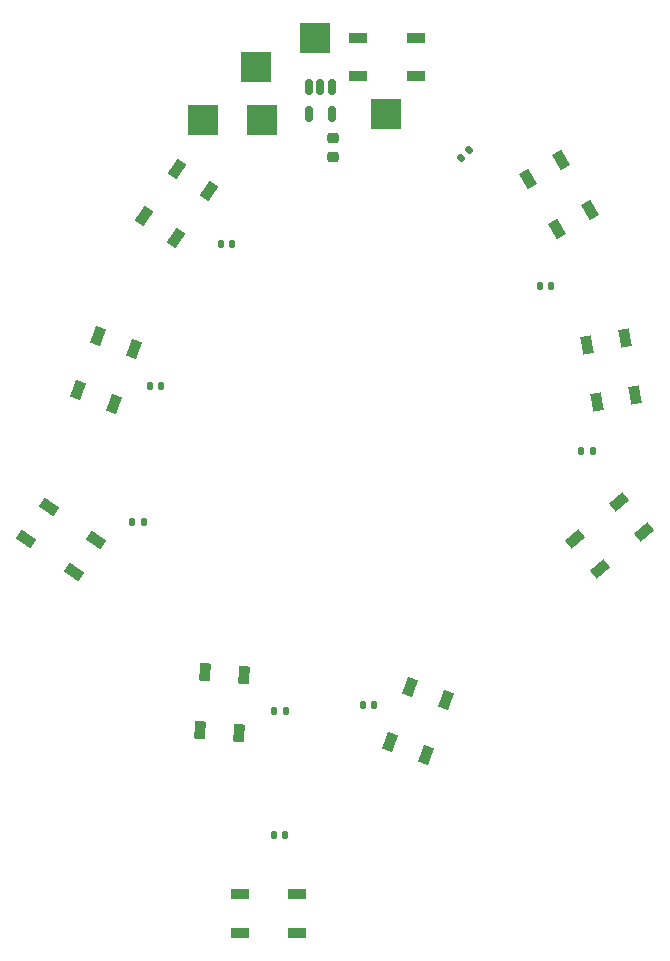
<source format=gbr>
%TF.GenerationSoftware,KiCad,Pcbnew,7.0.1*%
%TF.CreationDate,2023-05-31T17:56:53-07:00*%
%TF.ProjectId,GameOfShrooms2023,47616d65-4f66-4536-9872-6f6f6d733230,rev?*%
%TF.SameCoordinates,Original*%
%TF.FileFunction,Soldermask,Top*%
%TF.FilePolarity,Negative*%
%FSLAX46Y46*%
G04 Gerber Fmt 4.6, Leading zero omitted, Abs format (unit mm)*
G04 Created by KiCad (PCBNEW 7.0.1) date 2023-05-31 17:56:53*
%MOMM*%
%LPD*%
G01*
G04 APERTURE LIST*
G04 Aperture macros list*
%AMRoundRect*
0 Rectangle with rounded corners*
0 $1 Rounding radius*
0 $2 $3 $4 $5 $6 $7 $8 $9 X,Y pos of 4 corners*
0 Add a 4 corners polygon primitive as box body*
4,1,4,$2,$3,$4,$5,$6,$7,$8,$9,$2,$3,0*
0 Add four circle primitives for the rounded corners*
1,1,$1+$1,$2,$3*
1,1,$1+$1,$4,$5*
1,1,$1+$1,$6,$7*
1,1,$1+$1,$8,$9*
0 Add four rect primitives between the rounded corners*
20,1,$1+$1,$2,$3,$4,$5,0*
20,1,$1+$1,$4,$5,$6,$7,0*
20,1,$1+$1,$6,$7,$8,$9,0*
20,1,$1+$1,$8,$9,$2,$3,0*%
%AMRotRect*
0 Rectangle, with rotation*
0 The origin of the aperture is its center*
0 $1 length*
0 $2 width*
0 $3 Rotation angle, in degrees counterclockwise*
0 Add horizontal line*
21,1,$1,$2,0,0,$3*%
G04 Aperture macros list end*
%ADD10RoundRect,0.218750X-0.256250X0.218750X-0.256250X-0.218750X0.256250X-0.218750X0.256250X0.218750X0*%
%ADD11RoundRect,0.147500X-0.147500X-0.172500X0.147500X-0.172500X0.147500X0.172500X-0.147500X0.172500X0*%
%ADD12RotRect,1.500000X0.900000X40.000000*%
%ADD13RotRect,1.500000X0.900000X250.000000*%
%ADD14RotRect,1.500000X0.900000X235.000000*%
%ADD15RoundRect,0.147500X0.147500X0.172500X-0.147500X0.172500X-0.147500X-0.172500X0.147500X-0.172500X0*%
%ADD16R,1.500000X0.900000*%
%ADD17RoundRect,0.147500X0.017678X-0.226274X0.226274X-0.017678X-0.017678X0.226274X-0.226274X0.017678X0*%
%ADD18R,2.500000X2.500000*%
%ADD19RotRect,1.500000X0.900000X325.000000*%
%ADD20RotRect,1.500000X0.900000X100.000000*%
%ADD21RotRect,1.500000X0.900000X265.000000*%
%ADD22RotRect,1.500000X0.900000X120.000000*%
%ADD23RoundRect,0.150000X-0.150000X0.512500X-0.150000X-0.512500X0.150000X-0.512500X0.150000X0.512500X0*%
%ADD24RotRect,1.500000X0.900000X70.000000*%
G04 APERTURE END LIST*
D10*
%TO.C,C0*%
X145500000Y-60000000D03*
X145500000Y-61575000D03*
%TD*%
D11*
%TO.C,C2*%
X163000000Y-72500000D03*
X163970000Y-72500000D03*
%TD*%
D12*
%TO.C,LED4*%
X166000000Y-94000000D03*
X168121199Y-96527947D03*
X171874816Y-93378288D03*
X169753617Y-90850341D03*
%TD*%
D13*
%TO.C,LED9*%
X128675899Y-77895506D03*
X125574914Y-76766840D03*
X123899015Y-81371334D03*
X127000000Y-82500000D03*
%TD*%
D11*
%TO.C,C5*%
X140515000Y-119000000D03*
X141485000Y-119000000D03*
%TD*%
D14*
%TO.C,LED10*%
X135000000Y-64500000D03*
X132296798Y-62607197D03*
X129486274Y-66621042D03*
X132189476Y-68513845D03*
%TD*%
D15*
%TO.C,C8*%
X130985000Y-81000000D03*
X130015000Y-81000000D03*
%TD*%
D16*
%TO.C,LED6*%
X137600000Y-124000000D03*
X137600000Y-127300000D03*
X142500000Y-127300000D03*
X142500000Y-124000000D03*
%TD*%
D17*
%TO.C,C1*%
X156314106Y-61685894D03*
X157000000Y-61000000D03*
%TD*%
D18*
%TO.C,GND*%
X144000000Y-51500000D03*
%TD*%
%TO.C,IN*%
X139000000Y-54000000D03*
%TD*%
D15*
%TO.C,C7*%
X129470000Y-92500000D03*
X128500000Y-92500000D03*
%TD*%
%TO.C,C9*%
X136985000Y-69000000D03*
X136015000Y-69000000D03*
%TD*%
D19*
%TO.C,LED8*%
X121439479Y-91243137D03*
X119546676Y-93946339D03*
X123560521Y-96756863D03*
X125453324Y-94053661D03*
%TD*%
D20*
%TO.C,LED3*%
X167850876Y-82325558D03*
X171100742Y-81752520D03*
X170249866Y-76926962D03*
X167000000Y-77500000D03*
%TD*%
D21*
%TO.C,LED7*%
X138000000Y-105500000D03*
X134712557Y-105212386D03*
X134285494Y-110093740D03*
X137572937Y-110381354D03*
%TD*%
D18*
%TO.C,5V*%
X150000000Y-58000000D03*
%TD*%
%TO.C,INv5*%
X139500000Y-58500000D03*
%TD*%
D15*
%TO.C,C6*%
X141500000Y-108500000D03*
X140530000Y-108500000D03*
%TD*%
D22*
%TO.C,LED2*%
X164450000Y-67743524D03*
X167307884Y-66093524D03*
X164857884Y-61850000D03*
X162000000Y-63500000D03*
%TD*%
D11*
%TO.C,C3*%
X166530000Y-86500000D03*
X167500000Y-86500000D03*
%TD*%
D18*
%TO.C,OUT*%
X134500000Y-58500000D03*
%TD*%
D11*
%TO.C,C4*%
X148015000Y-108000000D03*
X148985000Y-108000000D03*
%TD*%
D23*
%TO.C,U1*%
X145400000Y-55725000D03*
X144450000Y-55725000D03*
X143500000Y-55725000D03*
X143500000Y-58000000D03*
X145400000Y-58000000D03*
%TD*%
D24*
%TO.C,LED5*%
X150324101Y-111104494D03*
X153425086Y-112233160D03*
X155100985Y-107628666D03*
X152000000Y-106500000D03*
%TD*%
D16*
%TO.C,LED1*%
X152500000Y-54800000D03*
X152500000Y-51500000D03*
X147600000Y-51500000D03*
X147600000Y-54800000D03*
%TD*%
M02*

</source>
